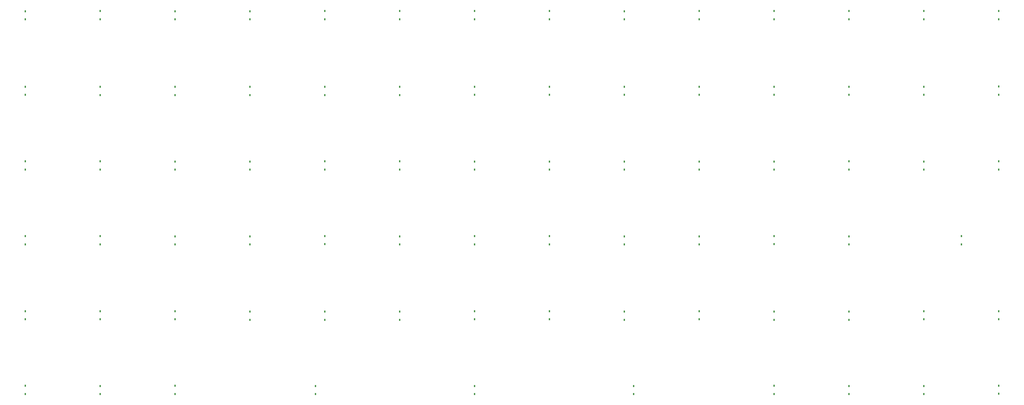
<source format=gbr>
G04 #@! TF.GenerationSoftware,KiCad,Pcbnew,5.1.9-73d0e3b20d~88~ubuntu18.04.1*
G04 #@! TF.CreationDate,2021-04-10T14:05:51-05:00*
G04 #@! TF.ProjectId,keyboard,6b657962-6f61-4726-942e-6b696361645f,rev?*
G04 #@! TF.SameCoordinates,Original*
G04 #@! TF.FileFunction,Paste,Bot*
G04 #@! TF.FilePolarity,Positive*
%FSLAX46Y46*%
G04 Gerber Fmt 4.6, Leading zero omitted, Abs format (unit mm)*
G04 Created by KiCad (PCBNEW 5.1.9-73d0e3b20d~88~ubuntu18.04.1) date 2021-04-10 14:05:51*
%MOMM*%
%LPD*%
G01*
G04 APERTURE LIST*
%ADD10R,0.450000X0.600000*%
G04 APERTURE END LIST*
D10*
X47625000Y-92768750D03*
X47625000Y-90668750D03*
X66675000Y-149918750D03*
X66675000Y-147818750D03*
X161925000Y-111818750D03*
X161925000Y-109718750D03*
X85725000Y-149918750D03*
X85725000Y-147818750D03*
X85725000Y-111818750D03*
X85725000Y-109718750D03*
X123825000Y-150050000D03*
X123825000Y-147950000D03*
X276225000Y-149918750D03*
X276225000Y-147818750D03*
X180975000Y-111818750D03*
X180975000Y-109718750D03*
X47625000Y-111750000D03*
X47625000Y-109650000D03*
X142875000Y-111762500D03*
X142875000Y-109662500D03*
X66675000Y-168968750D03*
X66675000Y-166868750D03*
X295275000Y-149918750D03*
X295275000Y-147818750D03*
X202406250Y-168968750D03*
X202406250Y-166868750D03*
X161925000Y-168968750D03*
X161925000Y-166868750D03*
X121443750Y-168968750D03*
X121443750Y-166868750D03*
X238125000Y-150050000D03*
X238125000Y-147950000D03*
X47625000Y-149918750D03*
X47625000Y-147818750D03*
X257175000Y-150050000D03*
X257175000Y-147950000D03*
X238125000Y-130787500D03*
X238125000Y-128687500D03*
X85725000Y-130868750D03*
X85725000Y-128768750D03*
X295275000Y-168887500D03*
X295275000Y-166787500D03*
X123825000Y-111750000D03*
X123825000Y-109650000D03*
X257175000Y-130868750D03*
X257175000Y-128768750D03*
X66675000Y-111750000D03*
X66675000Y-109650000D03*
X238125000Y-111818750D03*
X238125000Y-109718750D03*
X276225000Y-111818750D03*
X276225000Y-109718750D03*
X219075000Y-111818750D03*
X219075000Y-109718750D03*
X161925000Y-149918750D03*
X161925000Y-147818750D03*
X257175000Y-92768750D03*
X257175000Y-90668750D03*
X238125000Y-168900000D03*
X238125000Y-166800000D03*
X180975000Y-149918750D03*
X180975000Y-147818750D03*
X257175000Y-168968750D03*
X257175000Y-166868750D03*
X219075000Y-130868750D03*
X219075000Y-128768750D03*
X200025000Y-130868750D03*
X200025000Y-128768750D03*
X180975000Y-130800000D03*
X180975000Y-128700000D03*
X200025000Y-111818750D03*
X200025000Y-109718750D03*
X161925000Y-130800000D03*
X161925000Y-128700000D03*
X142875000Y-130868750D03*
X142875000Y-128768750D03*
X123825000Y-130787500D03*
X123825000Y-128687500D03*
X295275000Y-73468750D03*
X295275000Y-71368750D03*
X276225000Y-73468750D03*
X276225000Y-71368750D03*
X257175000Y-73468750D03*
X257175000Y-71368750D03*
X238125000Y-73468750D03*
X238125000Y-71368750D03*
X219075000Y-73468750D03*
X219075000Y-71368750D03*
X200000000Y-73550000D03*
X200000000Y-71450000D03*
X180975000Y-73468750D03*
X180975000Y-71368750D03*
X161925000Y-73468750D03*
X161925000Y-71368750D03*
X142875000Y-73468750D03*
X142875000Y-71368750D03*
X123825000Y-73468750D03*
X123825000Y-71368750D03*
X104775000Y-73550000D03*
X104775000Y-71450000D03*
X85725000Y-73550000D03*
X85725000Y-71450000D03*
X66675000Y-73500000D03*
X66675000Y-71400000D03*
X47600000Y-73550000D03*
X47600000Y-71450000D03*
X276225000Y-92768750D03*
X276225000Y-90668750D03*
X285750000Y-130800000D03*
X285750000Y-128700000D03*
X104775000Y-111818750D03*
X104775000Y-109718750D03*
X276225000Y-168968750D03*
X276225000Y-166868750D03*
X219075000Y-149918750D03*
X219075000Y-147818750D03*
X104775000Y-130868750D03*
X104775000Y-128768750D03*
X47625000Y-168900000D03*
X47625000Y-166800000D03*
X47625000Y-130800000D03*
X47625000Y-128700000D03*
X200025000Y-150050000D03*
X200025000Y-147950000D03*
X257175000Y-111750000D03*
X257175000Y-109650000D03*
X104775000Y-150050000D03*
X104775000Y-147950000D03*
X295275000Y-111762500D03*
X295275000Y-109662500D03*
X295275000Y-92712500D03*
X295275000Y-90612500D03*
X142875000Y-150050000D03*
X142875000Y-147950000D03*
X85725000Y-168912500D03*
X85725000Y-166812500D03*
X66675000Y-130800000D03*
X66675000Y-128700000D03*
X219075000Y-92768750D03*
X219075000Y-90668750D03*
X200025000Y-92768750D03*
X200025000Y-90668750D03*
X180975000Y-92768750D03*
X180975000Y-90668750D03*
X161925000Y-92768750D03*
X161925000Y-90668750D03*
X142875000Y-92800000D03*
X142875000Y-90700000D03*
X123825000Y-92800000D03*
X123825000Y-90700000D03*
X104750000Y-92800000D03*
X104750000Y-90700000D03*
X85725000Y-92800000D03*
X85725000Y-90700000D03*
X66675000Y-92800000D03*
X66675000Y-90700000D03*
X238125000Y-92768750D03*
X238125000Y-90668750D03*
M02*

</source>
